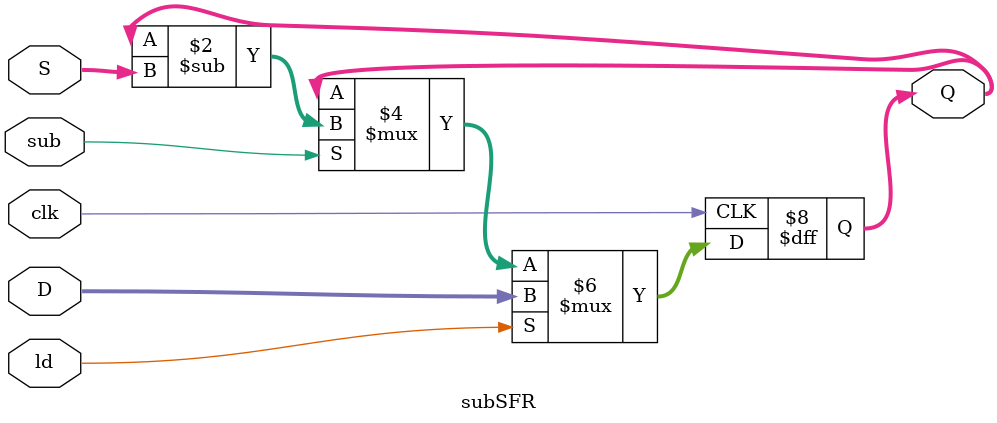
<source format=v>

module subSFR
	# (parameter SIZE = 32)
   (input clk,
	input ld,
	input sub,
	input [SIZE - 1:0] D, // Base subtractee
	input [SIZE - 1:0] S, // Subtractor
	output reg [SIZE - 1:0] Q // Cur subtractee
	);
	

	//register
	always @( posedge clk )
	begin
		casex({sub, ld})
			2'bx1	:	Q <= D;
			2'b1x	:	Q <= (Q - S);
			default	:	Q <= Q;
		endcase
	end
	
endmodule
</source>
